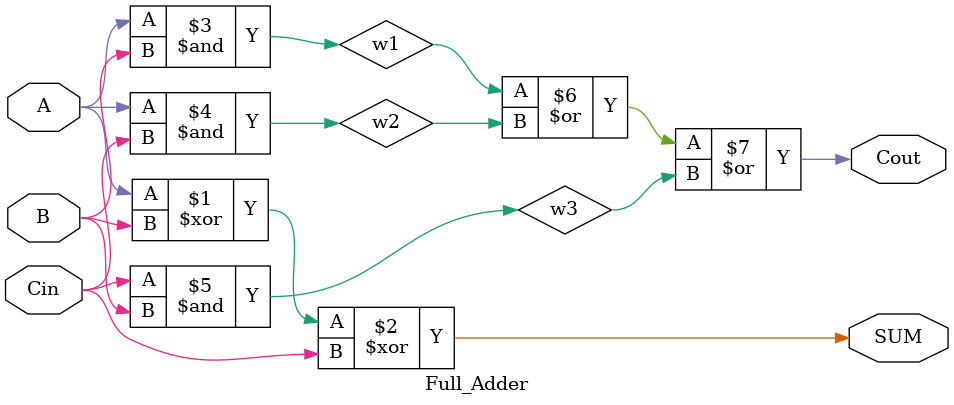
<source format=v>
`timescale 1ns / 1ps
module Full_Adder(A,B,Cin,SUM,Cout);
input A,B,Cin;
output SUM,Cout;
wire w1,w2,w3;

xor(SUM,A,B,Cin);

and(w1,A,B);
and(w2,A,Cin);
and(w3,Cin,B);

or(Cout,w1,w2,w3);
endmodule

</source>
